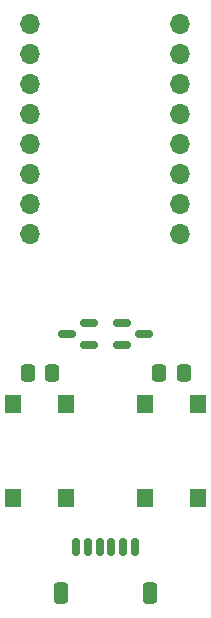
<source format=gts>
G04 #@! TF.GenerationSoftware,KiCad,Pcbnew,7.0.7*
G04 #@! TF.CreationDate,2023-11-09T12:03:22-05:00*
G04 #@! TF.ProjectId,programmer,70726f67-7261-46d6-9d65-722e6b696361,rev?*
G04 #@! TF.SameCoordinates,Original*
G04 #@! TF.FileFunction,Soldermask,Top*
G04 #@! TF.FilePolarity,Negative*
%FSLAX46Y46*%
G04 Gerber Fmt 4.6, Leading zero omitted, Abs format (unit mm)*
G04 Created by KiCad (PCBNEW 7.0.7) date 2023-11-09 12:03:22*
%MOMM*%
%LPD*%
G01*
G04 APERTURE LIST*
G04 Aperture macros list*
%AMRoundRect*
0 Rectangle with rounded corners*
0 $1 Rounding radius*
0 $2 $3 $4 $5 $6 $7 $8 $9 X,Y pos of 4 corners*
0 Add a 4 corners polygon primitive as box body*
4,1,4,$2,$3,$4,$5,$6,$7,$8,$9,$2,$3,0*
0 Add four circle primitives for the rounded corners*
1,1,$1+$1,$2,$3*
1,1,$1+$1,$4,$5*
1,1,$1+$1,$6,$7*
1,1,$1+$1,$8,$9*
0 Add four rect primitives between the rounded corners*
20,1,$1+$1,$2,$3,$4,$5,0*
20,1,$1+$1,$4,$5,$6,$7,0*
20,1,$1+$1,$6,$7,$8,$9,0*
20,1,$1+$1,$8,$9,$2,$3,0*%
G04 Aperture macros list end*
%ADD10RoundRect,0.250000X-0.337500X-0.475000X0.337500X-0.475000X0.337500X0.475000X-0.337500X0.475000X0*%
%ADD11R,1.400000X1.600000*%
%ADD12RoundRect,0.150000X-0.150000X-0.625000X0.150000X-0.625000X0.150000X0.625000X-0.150000X0.625000X0*%
%ADD13RoundRect,0.250000X-0.350000X-0.650000X0.350000X-0.650000X0.350000X0.650000X-0.350000X0.650000X0*%
%ADD14RoundRect,0.150000X0.587500X0.150000X-0.587500X0.150000X-0.587500X-0.150000X0.587500X-0.150000X0*%
%ADD15RoundRect,0.150000X-0.587500X-0.150000X0.587500X-0.150000X0.587500X0.150000X-0.587500X0.150000X0*%
%ADD16O,1.700000X1.700000*%
%ADD17RoundRect,0.250000X0.337500X0.475000X-0.337500X0.475000X-0.337500X-0.475000X0.337500X-0.475000X0*%
G04 APERTURE END LIST*
D10*
X131042500Y-74225500D03*
X133117500Y-74225500D03*
D11*
X118690000Y-84829500D03*
X118690000Y-76829500D03*
X123190000Y-84829500D03*
X123190000Y-76829500D03*
X134330000Y-76829500D03*
X134330000Y-84829500D03*
X129830000Y-76829500D03*
X129830000Y-84829500D03*
D12*
X123992000Y-88932000D03*
X124992000Y-88932000D03*
X125992000Y-88932000D03*
X126992000Y-88932000D03*
X127992000Y-88932000D03*
X128992000Y-88932000D03*
D13*
X122692000Y-92807000D03*
X130292000Y-92807000D03*
D14*
X125131000Y-71873500D03*
X125131000Y-69973500D03*
X123256000Y-70923500D03*
D15*
X127876500Y-69973500D03*
X127876500Y-71873500D03*
X129751500Y-70923500D03*
D16*
X120142000Y-44704000D03*
X120142000Y-47244000D03*
X120142000Y-49784000D03*
X120142000Y-52324000D03*
X120142000Y-54864000D03*
X120142000Y-57404000D03*
X120142000Y-59944000D03*
X120142000Y-62484000D03*
X132842000Y-62484000D03*
X132842000Y-59944000D03*
X132842000Y-57404000D03*
X132842000Y-54864000D03*
X132842000Y-52324000D03*
X132842000Y-49784000D03*
X132842000Y-47244000D03*
X132842000Y-44704000D03*
D17*
X121977500Y-74225500D03*
X119902500Y-74225500D03*
M02*

</source>
